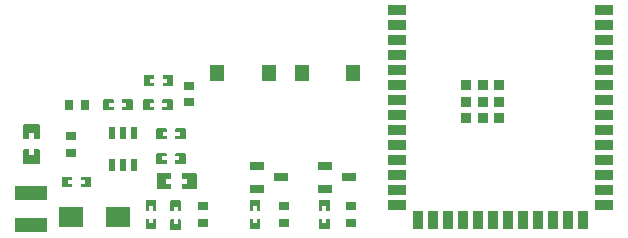
<source format=gtp>
G04 Layer: TopPasteMaskLayer*
G04 EasyEDA Pro v2.2.23.6, 2024-08-03 20:46:29*
G04 Gerber Generator version 0.3*
G04 Scale: 100 percent, Rotated: No, Reflected: No*
G04 Dimensions in millimeters*
G04 Leading zeros omitted, absolute positions, 3 integers and 5 decimals*
%FSLAX35Y35*%
%MOMM*%
%ADD10R,1.25001X0.7*%
%ADD11R,0.6X1.1*%
%ADD12R,0.8X0.9*%
%ADD13R,2.72001X1.3*%
%ADD14R,0.9X0.8*%
%ADD15R,1.5X0.9*%
%ADD16R,0.9X1.5*%
%ADD17R,1.5X0.9*%
%ADD18R,0.9X0.9*%
%ADD19R,0.9X0.8*%
%ADD20R,1.23X1.35999*%
%ADD21R,2.0X1.8*%
G75*


G04 PolygonModel Start*
G36*
G01X6319989Y1159502D02*
G01X6319989Y1079502D01*
G01X6324990Y1074501D01*
G01X6347786Y1074501D01*
G01X6347786Y1111501D01*
G01X6380786Y1111501D01*
G01X6380786Y1074501D01*
G01X6404990Y1074501D01*
G01X6409988Y1079502D01*
G01X6409988Y1159502D01*
G01X6404990Y1164501D01*
G01X6324990Y1164501D01*
G01X6319989Y1159502D01*
G37*
G36*
G01X6324990Y1004501D02*
G01X6347786Y1004501D01*
G01X6347786Y966503D01*
G01X6380786Y966503D01*
G01X6380786Y1004501D01*
G01X6404990Y1004501D01*
G01X6409988Y999502D01*
G01X6409988Y920503D01*
G01X6404990Y915502D01*
G01X6324990Y915502D01*
G01X6319989Y920503D01*
G01X6319989Y999502D01*
G01X6324990Y1004501D01*
G37*
G36*
G01X5532486Y1258001D02*
G01X5532486Y1385999D01*
G01X5537487Y1391001D01*
G01X5652488Y1391001D01*
G01X5657487Y1385999D01*
G01X5657990Y1344996D01*
G01X5612989Y1344996D01*
G01X5612989Y1299997D01*
G01X5656989Y1299997D01*
G01X5657487Y1258001D01*
G01X5652488Y1253000D01*
G01X5537487Y1253000D01*
G01X5532486Y1258001D01*
G37*
G36*
G01X5747487Y1258001D02*
G01X5747489Y1299997D01*
G01X5791987Y1299997D01*
G01X5791987Y1344996D01*
G01X5747990Y1344996D01*
G01X5747487Y1385999D01*
G01X5752488Y1391001D01*
G01X5867486Y1391001D01*
G01X5872488Y1385999D01*
G01X5872488Y1258001D01*
G01X5867486Y1253000D01*
G01X5752488Y1253000D01*
G01X5747487Y1258001D01*
G37*
G36*
G01X4735488Y1269999D02*
G01X4815488Y1269999D01*
G01X4820489Y1275000D01*
G01X4820489Y1297796D01*
G01X4783489Y1297796D01*
G01X4783489Y1330796D01*
G01X4820489Y1330796D01*
G01X4820489Y1355000D01*
G01X4815488Y1359999D01*
G01X4735488Y1359999D01*
G01X4730490Y1355000D01*
G01X4730490Y1275000D01*
G01X4735488Y1269999D01*
G37*
G36*
G01X4890489Y1275000D02*
G01X4890489Y1297796D01*
G01X4928488Y1297796D01*
G01X4928488Y1330796D01*
G01X4890489Y1330796D01*
G01X4890489Y1355000D01*
G01X4895488Y1359999D01*
G01X4974487Y1359999D01*
G01X4979488Y1355000D01*
G01X4979488Y1275000D01*
G01X4974487Y1269999D01*
G01X4895488Y1269999D01*
G01X4890489Y1275000D01*
G37*
G36*
G01X5774491Y1559996D02*
G01X5694491Y1559996D01*
G01X5689490Y1554994D01*
G01X5689490Y1532198D01*
G01X5726490Y1532198D01*
G01X5726490Y1499198D01*
G01X5689490Y1499198D01*
G01X5689490Y1474995D01*
G01X5694491Y1469996D01*
G01X5774491Y1469996D01*
G01X5779489Y1474995D01*
G01X5779489Y1554994D01*
G01X5774491Y1559996D01*
G37*
G36*
G01X5619490Y1554994D02*
G01X5619490Y1532198D01*
G01X5581491Y1532198D01*
G01X5581491Y1499198D01*
G01X5619490Y1499198D01*
G01X5619490Y1474995D01*
G01X5614491Y1469996D01*
G01X5535492Y1469996D01*
G01X5530491Y1474995D01*
G01X5530491Y1554994D01*
G01X5535492Y1559996D01*
G01X5614491Y1559996D01*
G01X5619490Y1554994D01*
G37*
G36*
G01X5425487Y1924997D02*
G01X5505487Y1924997D01*
G01X5510488Y1929999D01*
G01X5510488Y1952795D01*
G01X5473488Y1952795D01*
G01X5473488Y1985795D01*
G01X5510488Y1985795D01*
G01X5510488Y2009999D01*
G01X5505487Y2014997D01*
G01X5425487Y2014997D01*
G01X5420488Y2009999D01*
G01X5420488Y1929999D01*
G01X5425487Y1924997D01*
G37*
G36*
G01X5580488Y1929999D02*
G01X5580488Y1952795D01*
G01X5618486Y1952795D01*
G01X5618486Y1985795D01*
G01X5580488Y1985795D01*
G01X5580488Y2009999D01*
G01X5585487Y2014997D01*
G01X5664486Y2014997D01*
G01X5669487Y2009999D01*
G01X5669487Y1929999D01*
G01X5664486Y1924997D01*
G01X5585487Y1924997D01*
G01X5580488Y1929999D01*
G37*
G36*
G01X5535487Y1679998D02*
G01X5615487Y1679998D01*
G01X5620488Y1684999D01*
G01X5620488Y1707796D01*
G01X5583488Y1707796D01*
G01X5583488Y1740795D01*
G01X5620488Y1740795D01*
G01X5620488Y1764999D01*
G01X5615487Y1769998D01*
G01X5535487Y1769998D01*
G01X5530488Y1764999D01*
G01X5530488Y1684999D01*
G01X5535487Y1679998D01*
G37*
G36*
G01X5690488Y1684999D02*
G01X5690488Y1707796D01*
G01X5728486Y1707796D01*
G01X5728486Y1740795D01*
G01X5690488Y1740795D01*
G01X5690488Y1764999D01*
G01X5695486Y1769998D01*
G01X5774486Y1769998D01*
G01X5779487Y1764999D01*
G01X5779487Y1684999D01*
G01X5774486Y1679998D01*
G01X5695486Y1679998D01*
G01X5690488Y1684999D01*
G37*
G36*
G01X5739987Y915496D02*
G01X5739987Y995496D01*
G01X5734986Y1000497D01*
G01X5712189Y1000497D01*
G01X5712189Y963497D01*
G01X5679190Y963497D01*
G01X5679190Y1000497D01*
G01X5654986Y1000497D01*
G01X5649987Y995496D01*
G01X5649987Y915496D01*
G01X5654986Y910497D01*
G01X5734986Y910497D01*
G01X5739987Y915496D01*
G37*
G36*
G01X5734986Y1070497D02*
G01X5712189Y1070497D01*
G01X5712189Y1108495D01*
G01X5679190Y1108495D01*
G01X5679190Y1070497D01*
G01X5654986Y1070497D01*
G01X5649987Y1075496D01*
G01X5649987Y1154495D01*
G01X5654986Y1159496D01*
G01X5734986Y1159496D01*
G01X5739987Y1154495D01*
G01X5739987Y1075496D01*
G01X5734986Y1070497D01*
G37*
G36*
G01X5439990Y1159500D02*
G01X5439990Y1079500D01*
G01X5444992Y1074499D01*
G01X5467788Y1074499D01*
G01X5467788Y1111499D01*
G01X5500788Y1111499D01*
G01X5500788Y1074499D01*
G01X5524991Y1074499D01*
G01X5529990Y1079500D01*
G01X5529990Y1159500D01*
G01X5524991Y1164499D01*
G01X5444992Y1164499D01*
G01X5439990Y1159500D01*
G37*
G36*
G01X5444992Y1004499D02*
G01X5467788Y1004499D01*
G01X5467788Y966500D01*
G01X5500788Y966500D01*
G01X5500788Y1004499D01*
G01X5524991Y1004499D01*
G01X5529990Y999500D01*
G01X5529990Y920501D01*
G01X5524991Y915500D01*
G01X5444992Y915500D01*
G01X5439990Y920501D01*
G01X5439990Y999500D01*
G01X5444992Y1004499D01*
G37*
G36*
G01X6909987Y1159502D02*
G01X6909987Y1079502D01*
G01X6914989Y1074501D01*
G01X6937785Y1074501D01*
G01X6937785Y1111501D01*
G01X6970785Y1111501D01*
G01X6970785Y1074501D01*
G01X6994989Y1074501D01*
G01X6999987Y1079502D01*
G01X6999987Y1159502D01*
G01X6994989Y1164501D01*
G01X6914989Y1164501D01*
G01X6909987Y1159502D01*
G37*
G36*
G01X6914989Y1004501D02*
G01X6937785Y1004501D01*
G01X6937785Y966503D01*
G01X6970785Y966503D01*
G01X6970785Y1004501D01*
G01X6994989Y1004501D01*
G01X6999987Y999502D01*
G01X6999987Y920503D01*
G01X6994989Y915502D01*
G01X6914989Y915502D01*
G01X6909987Y920503D01*
G01X6909987Y999502D01*
G01X6914989Y1004501D01*
G37*
G36*
G01X4536987Y1467494D02*
G01X4408989Y1467494D01*
G01X4403988Y1472495D01*
G01X4403988Y1587496D01*
G01X4408989Y1592495D01*
G01X4449992Y1592998D01*
G01X4449992Y1547997D01*
G01X4494991Y1547997D01*
G01X4494991Y1591997D01*
G01X4536987Y1592495D01*
G01X4541989Y1587496D01*
G01X4541989Y1472495D01*
G01X4536987Y1467494D01*
G37*
G36*
G01X4536987Y1682495D02*
G01X4494991Y1682497D01*
G01X4494991Y1726996D01*
G01X4449992Y1726996D01*
G01X4449992Y1682998D01*
G01X4408989Y1682495D01*
G01X4403988Y1687496D01*
G01X4403988Y1802494D01*
G01X4408989Y1807496D01*
G01X4536987Y1807496D01*
G01X4541989Y1802494D01*
G01X4541989Y1687496D01*
G01X4536987Y1682495D01*
G37*
G36*
G01X5324492Y2014995D02*
G01X5244492Y2014995D01*
G01X5239490Y2009993D01*
G01X5239490Y1987197D01*
G01X5276491Y1987197D01*
G01X5276491Y1954197D01*
G01X5239490Y1954197D01*
G01X5239490Y1929994D01*
G01X5244492Y1924995D01*
G01X5324492Y1924995D01*
G01X5329490Y1929994D01*
G01X5329490Y2009993D01*
G01X5324492Y2014995D01*
G37*
G36*
G01X5169491Y2009993D02*
G01X5169491Y1987197D01*
G01X5131492Y1987197D01*
G01X5131492Y1954197D01*
G01X5169491Y1954197D01*
G01X5169491Y1929994D01*
G01X5164492Y1924995D01*
G01X5085493Y1924995D01*
G01X5080491Y1929994D01*
G01X5080491Y2009993D01*
G01X5085493Y2014995D01*
G01X5164492Y2014995D01*
G01X5169491Y2009993D01*
G37*
G36*
G01X5430487Y2129997D02*
G01X5510487Y2129997D01*
G01X5515488Y2134998D01*
G01X5515488Y2157795D01*
G01X5478488Y2157795D01*
G01X5478488Y2190794D01*
G01X5515488Y2190794D01*
G01X5515488Y2214998D01*
G01X5510487Y2219997D01*
G01X5430487Y2219997D01*
G01X5425488Y2214998D01*
G01X5425488Y2134998D01*
G01X5430487Y2129997D01*
G37*
G36*
G01X5585488Y2134998D02*
G01X5585488Y2157795D01*
G01X5623486Y2157795D01*
G01X5623486Y2190794D01*
G01X5585488Y2190794D01*
G01X5585488Y2214998D01*
G01X5590487Y2219997D01*
G01X5669486Y2219997D01*
G01X5674487Y2214998D01*
G01X5674487Y2134998D01*
G01X5669486Y2129997D01*
G01X5590487Y2129997D01*
G01X5585488Y2134998D01*
G37*

G04 Pad Start*
G54D10*
G01X6384987Y1449993D03*
G01X6384987Y1260001D03*
G01X6584987Y1354997D03*
G54D11*
G01X5344986Y1459996D03*
G01X5249990Y1459996D03*
G01X5154994Y1459996D03*
G01X5154994Y1729998D03*
G01X5249990Y1729998D03*
G01X5344986Y1729998D03*
G54D12*
G01X4789988Y1969973D03*
G01X4929993Y1969973D03*
G54D13*
G01X4469991Y1224999D03*
G01X4469991Y954997D03*
G54D14*
G01X4804990Y1564994D03*
G01X4804990Y1704999D03*
G54D15*
G01X7570495Y2769095D03*
G01X7570495Y2642095D03*
G01X7570495Y2515095D03*
G01X7570495Y2388095D03*
G01X7570495Y2261095D03*
G01X7570495Y2134095D03*
G01X7570495Y2007095D03*
G01X7570495Y1880095D03*
G01X7570495Y1753095D03*
G01X7570495Y1626095D03*
G01X7570495Y1499095D03*
G01X7570495Y1372095D03*
G01X7570495Y1245095D03*
G01X7570495Y1118095D03*
G54D16*
G01X7747000Y990105D03*
G01X7874000Y990105D03*
G01X8001000Y990105D03*
G01X8128000Y990105D03*
G01X8255000Y990105D03*
G01X8382000Y990105D03*
G01X8509000Y990105D03*
G01X8636000Y990105D03*
G01X8763000Y990105D03*
G01X8890000Y990105D03*
G01X9017000Y990105D03*
G01X9144000Y993102D03*
G54D17*
G01X9320505Y1118095D03*
G01X9320505Y1245095D03*
G01X9320505Y1372095D03*
G01X9320505Y1499095D03*
G01X9320505Y1626095D03*
G01X9320505Y1753095D03*
G01X9320505Y1880095D03*
G01X9320505Y2007095D03*
G01X9320505Y2134095D03*
G01X9320505Y2261095D03*
G01X9320505Y2388095D03*
G01X9320505Y2515095D03*
G01X9320505Y2642095D03*
G01X9320505Y2769095D03*
G54D18*
G01X8435492Y1857083D03*
G01X8295488Y1857083D03*
G01X8155483Y1857083D03*
G01X8155483Y2137093D03*
G01X8295488Y2137093D03*
G01X8435492Y2137093D03*
G01X8435492Y1997088D03*
G01X8155483Y1997088D03*
G01X8295488Y1997088D03*
G54D19*
G01X5924988Y1110000D03*
G01X5924988Y969996D03*
G01X7179986Y1110002D03*
G01X7179986Y969998D03*
G54D20*
G01X6046497Y2235000D03*
G01X6483478Y2235000D03*
G01X6761495Y2235000D03*
G01X7198477Y2235000D03*
G54D14*
G01X6614498Y969998D03*
G01X6614498Y1110002D03*
G54D21*
G01X5204990Y1019998D03*
G01X4804990Y1019998D03*
G54D19*
G01X5804988Y2129998D03*
G01X5804988Y1989993D03*
G54D10*
G01X6959986Y1449993D03*
G01X6959986Y1260001D03*
G01X7159986Y1354997D03*
G04 Pad End*

M02*


</source>
